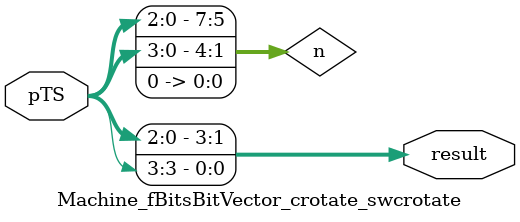
<source format=v>
module Machine_fBitsBitVector_crotate_swcrotate(pTS
                                               ,result);
  input [3:0] pTS;
  output [3:0] result;
  // rotateL begin
  wire [2*4-1:0] n;
  assign n = {pTS,pTS} << (64'sd1);
  assign result = n[2*4-1 : 4];
  // rotateL end
endmodule

</source>
